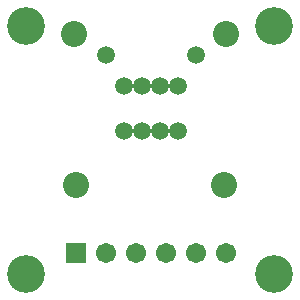
<source format=gbs>
G04*
G04 #@! TF.GenerationSoftware,Altium Limited,Altium Designer,19.1.3 (30)*
G04*
G04 Layer_Color=16711935*
%FSLAX25Y25*%
%MOIN*%
G70*
G01*
G75*
%ADD18C,0.06706*%
%ADD19R,0.06706X0.06706*%
%ADD20C,0.12611*%
%ADD21C,0.05918*%
%ADD22C,0.08674*%
D18*
X74500Y15000D02*
D03*
X64500D02*
D03*
X54500D02*
D03*
X44500D02*
D03*
X34500D02*
D03*
D19*
X24500D02*
D03*
D20*
X7874Y90551D02*
D03*
X90551D02*
D03*
Y7874D02*
D03*
X7874D02*
D03*
D21*
X46500Y55500D02*
D03*
X40500D02*
D03*
Y70500D02*
D03*
X46500D02*
D03*
X58500D02*
D03*
X52500D02*
D03*
X58500Y55500D02*
D03*
X52500D02*
D03*
X64500Y80717D02*
D03*
X34500D02*
D03*
D22*
X74000Y37500D02*
D03*
X24500D02*
D03*
X74500Y88000D02*
D03*
X24000D02*
D03*
M02*

</source>
